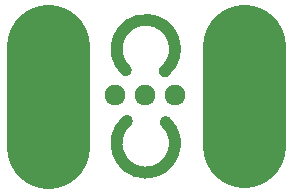
<source format=gbs>
%TF.GenerationSoftware,KiCad,Pcbnew,5.0.2-bee76a0~70~ubuntu16.04.1*%
%TF.CreationDate,2019-04-17T12:21:48-07:00*%
%TF.ProjectId,2x3-Female-Servo-Header,3278332d-4665-46d6-916c-652d53657276,1.0*%
%TF.SameCoordinates,Original*%
%TF.FileFunction,Soldermask,Bot*%
%TF.FilePolarity,Negative*%
%FSLAX46Y46*%
G04 Gerber Fmt 4.6, Leading zero omitted, Abs format (unit mm)*
G04 Created by KiCad (PCBNEW 5.0.2-bee76a0~70~ubuntu16.04.1) date Wed Apr 17 12:21:48 2019*
%MOMM*%
%LPD*%
G01*
G04 APERTURE LIST*
%ADD10C,1.000000*%
%ADD11C,5.000000*%
%ADD12C,7.000000*%
%ADD13C,0.350000*%
G04 APERTURE END LIST*
D10*
X63960965Y-49448711D02*
G75*
G03X60666160Y-49354880I-1594805J1893831D01*
G01*
D11*
X70366160Y-56054880D02*
X70366160Y-47054880D01*
D10*
X60766160Y-53654880D02*
G75*
G03X64060965Y-53748711I1594805J-1893831D01*
G01*
D12*
X54112160Y-55859680D02*
X54112160Y-47325280D01*
X70672960Y-55808880D02*
X70672960Y-47274480D01*
D13*
G36*
X71263456Y-52596897D02*
X71823285Y-52828786D01*
X71823287Y-52828787D01*
X72327123Y-53165440D01*
X72755599Y-53593916D01*
X73092254Y-54097755D01*
X73324143Y-54657584D01*
X73442360Y-55251901D01*
X73442360Y-55857859D01*
X73324143Y-56452176D01*
X73092254Y-57012005D01*
X73092253Y-57012007D01*
X72755600Y-57515843D01*
X72327123Y-57944320D01*
X71823287Y-58280973D01*
X71823286Y-58280974D01*
X71823285Y-58280974D01*
X71263456Y-58512863D01*
X70669139Y-58631080D01*
X70063181Y-58631080D01*
X69468864Y-58512863D01*
X68909035Y-58280974D01*
X68909034Y-58280974D01*
X68909033Y-58280973D01*
X68405197Y-57944320D01*
X67976720Y-57515843D01*
X67640067Y-57012007D01*
X67640066Y-57012005D01*
X67408177Y-56452176D01*
X67289960Y-55857859D01*
X67289960Y-55251901D01*
X67408177Y-54657584D01*
X67640066Y-54097755D01*
X67976721Y-53593916D01*
X68405197Y-53165440D01*
X68909033Y-52828787D01*
X68909035Y-52828786D01*
X69468864Y-52596897D01*
X70063181Y-52478680D01*
X70669139Y-52478680D01*
X71263456Y-52596897D01*
X71263456Y-52596897D01*
G37*
G36*
X55263456Y-52596897D02*
X55823285Y-52828786D01*
X55823287Y-52828787D01*
X56327123Y-53165440D01*
X56755599Y-53593916D01*
X57092254Y-54097755D01*
X57324143Y-54657584D01*
X57442360Y-55251901D01*
X57442360Y-55857859D01*
X57324143Y-56452176D01*
X57092254Y-57012005D01*
X57092253Y-57012007D01*
X56755600Y-57515843D01*
X56327123Y-57944320D01*
X55823287Y-58280973D01*
X55823286Y-58280974D01*
X55823285Y-58280974D01*
X55263456Y-58512863D01*
X54669139Y-58631080D01*
X54063181Y-58631080D01*
X53468864Y-58512863D01*
X52909035Y-58280974D01*
X52909034Y-58280974D01*
X52909033Y-58280973D01*
X52405197Y-57944320D01*
X51976720Y-57515843D01*
X51640067Y-57012007D01*
X51640066Y-57012005D01*
X51408177Y-56452176D01*
X51289960Y-55857859D01*
X51289960Y-55251901D01*
X51408177Y-54657584D01*
X51640066Y-54097755D01*
X51976721Y-53593916D01*
X52405197Y-53165440D01*
X52909033Y-52828787D01*
X52909035Y-52828786D01*
X53468864Y-52596897D01*
X54063181Y-52478680D01*
X54669139Y-52478680D01*
X55263456Y-52596897D01*
X55263456Y-52596897D01*
G37*
G36*
X65101738Y-50612351D02*
X65261197Y-50678401D01*
X65404705Y-50774291D01*
X65526749Y-50896335D01*
X65622639Y-51039843D01*
X65688689Y-51199302D01*
X65722360Y-51368582D01*
X65722360Y-51541178D01*
X65688689Y-51710458D01*
X65622639Y-51869917D01*
X65526749Y-52013425D01*
X65404705Y-52135469D01*
X65261197Y-52231359D01*
X65101738Y-52297409D01*
X64932458Y-52331080D01*
X64759862Y-52331080D01*
X64590582Y-52297409D01*
X64431123Y-52231359D01*
X64287615Y-52135469D01*
X64165571Y-52013425D01*
X64069681Y-51869917D01*
X64003631Y-51710458D01*
X63969960Y-51541178D01*
X63969960Y-51368582D01*
X64003631Y-51199302D01*
X64069681Y-51039843D01*
X64165571Y-50896335D01*
X64287615Y-50774291D01*
X64431123Y-50678401D01*
X64590582Y-50612351D01*
X64759862Y-50578680D01*
X64932458Y-50578680D01*
X65101738Y-50612351D01*
X65101738Y-50612351D01*
G37*
G36*
X62561738Y-50612351D02*
X62721197Y-50678401D01*
X62864705Y-50774291D01*
X62986749Y-50896335D01*
X63082639Y-51039843D01*
X63148689Y-51199302D01*
X63182360Y-51368582D01*
X63182360Y-51541178D01*
X63148689Y-51710458D01*
X63082639Y-51869917D01*
X62986749Y-52013425D01*
X62864705Y-52135469D01*
X62721197Y-52231359D01*
X62561738Y-52297409D01*
X62392458Y-52331080D01*
X62219862Y-52331080D01*
X62050582Y-52297409D01*
X61891123Y-52231359D01*
X61747615Y-52135469D01*
X61625571Y-52013425D01*
X61529681Y-51869917D01*
X61463631Y-51710458D01*
X61429960Y-51541178D01*
X61429960Y-51368582D01*
X61463631Y-51199302D01*
X61529681Y-51039843D01*
X61625571Y-50896335D01*
X61747615Y-50774291D01*
X61891123Y-50678401D01*
X62050582Y-50612351D01*
X62219862Y-50578680D01*
X62392458Y-50578680D01*
X62561738Y-50612351D01*
X62561738Y-50612351D01*
G37*
G36*
X60021738Y-50612351D02*
X60181197Y-50678401D01*
X60324705Y-50774291D01*
X60446749Y-50896335D01*
X60542639Y-51039843D01*
X60608689Y-51199302D01*
X60642360Y-51368582D01*
X60642360Y-51541178D01*
X60608689Y-51710458D01*
X60542639Y-51869917D01*
X60446749Y-52013425D01*
X60324705Y-52135469D01*
X60181197Y-52231359D01*
X60021738Y-52297409D01*
X59852458Y-52331080D01*
X59679862Y-52331080D01*
X59510582Y-52297409D01*
X59351123Y-52231359D01*
X59207615Y-52135469D01*
X59085571Y-52013425D01*
X58989681Y-51869917D01*
X58923631Y-51710458D01*
X58889960Y-51541178D01*
X58889960Y-51368582D01*
X58923631Y-51199302D01*
X58989681Y-51039843D01*
X59085571Y-50896335D01*
X59207615Y-50774291D01*
X59351123Y-50678401D01*
X59510582Y-50612351D01*
X59679862Y-50578680D01*
X59852458Y-50578680D01*
X60021738Y-50612351D01*
X60021738Y-50612351D01*
G37*
G36*
X71263456Y-44596897D02*
X71823285Y-44828786D01*
X71823287Y-44828787D01*
X72327123Y-45165440D01*
X72755599Y-45593916D01*
X73092254Y-46097755D01*
X73324143Y-46657584D01*
X73442360Y-47251901D01*
X73442360Y-47857859D01*
X73324143Y-48452176D01*
X73092254Y-49012005D01*
X73092253Y-49012007D01*
X72755600Y-49515843D01*
X72327123Y-49944320D01*
X71823287Y-50280973D01*
X71823286Y-50280974D01*
X71823285Y-50280974D01*
X71263456Y-50512863D01*
X70669139Y-50631080D01*
X70063181Y-50631080D01*
X69468864Y-50512863D01*
X68909035Y-50280974D01*
X68909034Y-50280974D01*
X68909033Y-50280973D01*
X68405197Y-49944320D01*
X67976720Y-49515843D01*
X67640067Y-49012007D01*
X67640066Y-49012005D01*
X67408177Y-48452176D01*
X67289960Y-47857859D01*
X67289960Y-47251901D01*
X67408177Y-46657584D01*
X67640066Y-46097755D01*
X67976721Y-45593916D01*
X68405197Y-45165440D01*
X68909033Y-44828787D01*
X68909035Y-44828786D01*
X69468864Y-44596897D01*
X70063181Y-44478680D01*
X70669139Y-44478680D01*
X71263456Y-44596897D01*
X71263456Y-44596897D01*
G37*
G36*
X55263456Y-44596897D02*
X55823285Y-44828786D01*
X55823287Y-44828787D01*
X56327123Y-45165440D01*
X56755599Y-45593916D01*
X57092254Y-46097755D01*
X57324143Y-46657584D01*
X57442360Y-47251901D01*
X57442360Y-47857859D01*
X57324143Y-48452176D01*
X57092254Y-49012005D01*
X57092253Y-49012007D01*
X56755600Y-49515843D01*
X56327123Y-49944320D01*
X55823287Y-50280973D01*
X55823286Y-50280974D01*
X55823285Y-50280974D01*
X55263456Y-50512863D01*
X54669139Y-50631080D01*
X54063181Y-50631080D01*
X53468864Y-50512863D01*
X52909035Y-50280974D01*
X52909034Y-50280974D01*
X52909033Y-50280973D01*
X52405197Y-49944320D01*
X51976720Y-49515843D01*
X51640067Y-49012007D01*
X51640066Y-49012005D01*
X51408177Y-48452176D01*
X51289960Y-47857859D01*
X51289960Y-47251901D01*
X51408177Y-46657584D01*
X51640066Y-46097755D01*
X51976721Y-45593916D01*
X52405197Y-45165440D01*
X52909033Y-44828787D01*
X52909035Y-44828786D01*
X53468864Y-44596897D01*
X54063181Y-44478680D01*
X54669139Y-44478680D01*
X55263456Y-44596897D01*
X55263456Y-44596897D01*
G37*
M02*

</source>
